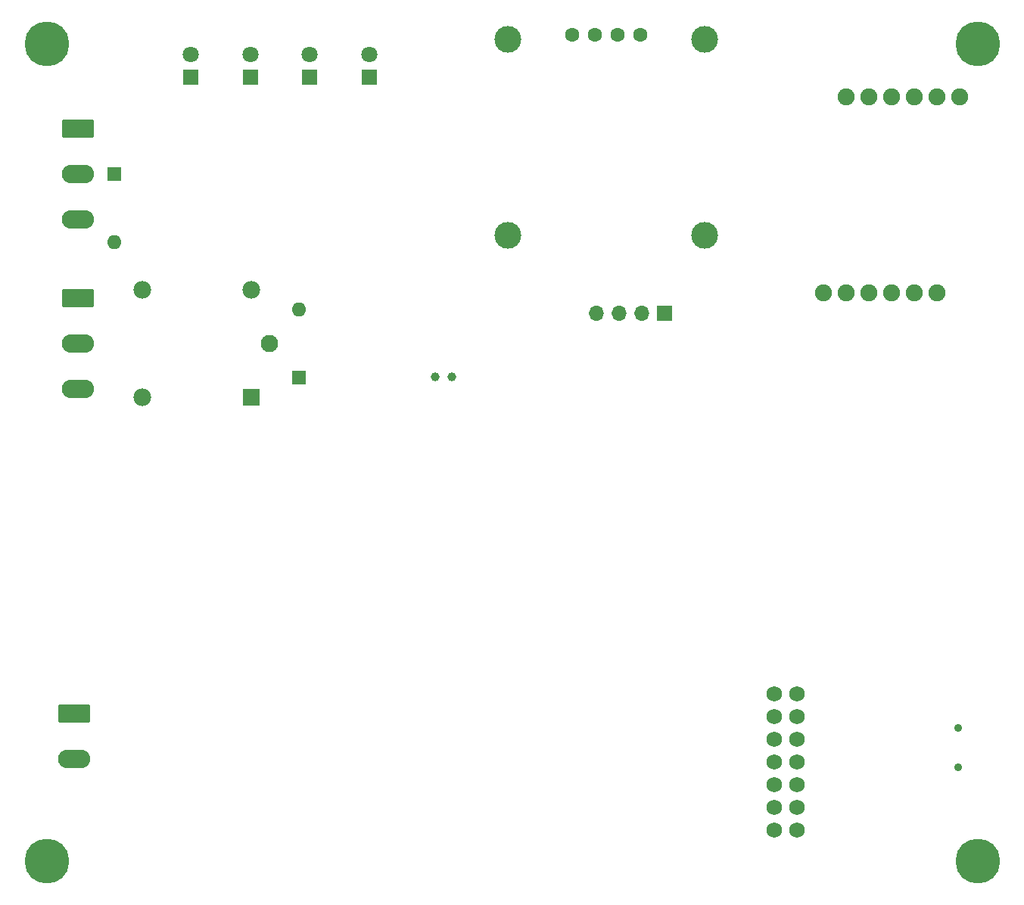
<source format=gbr>
%TF.GenerationSoftware,KiCad,Pcbnew,7.0.6*%
%TF.CreationDate,2023-08-10T11:03:41+03:00*%
%TF.ProjectId,2023-staj-projesi,32303233-2d73-4746-916a-2d70726f6a65,1.0*%
%TF.SameCoordinates,Original*%
%TF.FileFunction,Soldermask,Bot*%
%TF.FilePolarity,Negative*%
%FSLAX46Y46*%
G04 Gerber Fmt 4.6, Leading zero omitted, Abs format (unit mm)*
G04 Created by KiCad (PCBNEW 7.0.6) date 2023-08-10 11:03:41*
%MOMM*%
%LPD*%
G01*
G04 APERTURE LIST*
G04 Aperture macros list*
%AMRoundRect*
0 Rectangle with rounded corners*
0 $1 Rounding radius*
0 $2 $3 $4 $5 $6 $7 $8 $9 X,Y pos of 4 corners*
0 Add a 4 corners polygon primitive as box body*
4,1,4,$2,$3,$4,$5,$6,$7,$8,$9,$2,$3,0*
0 Add four circle primitives for the rounded corners*
1,1,$1+$1,$2,$3*
1,1,$1+$1,$4,$5*
1,1,$1+$1,$6,$7*
1,1,$1+$1,$8,$9*
0 Add four rect primitives between the rounded corners*
20,1,$1+$1,$2,$3,$4,$5,0*
20,1,$1+$1,$4,$5,$6,$7,0*
20,1,$1+$1,$6,$7,$8,$9,0*
20,1,$1+$1,$8,$9,$2,$3,0*%
G04 Aperture macros list end*
%ADD10R,1.700000X1.700000*%
%ADD11O,1.700000X1.700000*%
%ADD12R,1.800000X1.800000*%
%ADD13C,1.800000*%
%ADD14C,5.000000*%
%ADD15C,0.900000*%
%ADD16R,1.600000X1.600000*%
%ADD17O,1.600000X1.600000*%
%ADD18C,1.752600*%
%ADD19R,1.980000X1.980000*%
%ADD20C,1.980000*%
%ADD21C,1.935000*%
%ADD22C,1.900000*%
%ADD23RoundRect,0.249999X-1.550001X0.790001X-1.550001X-0.790001X1.550001X-0.790001X1.550001X0.790001X0*%
%ADD24O,3.600000X2.080000*%
%ADD25C,3.000000*%
%ADD26C,1.600000*%
%ADD27C,1.000000*%
G04 APERTURE END LIST*
D10*
%TO.C,J4*%
X136400000Y-74600000D03*
D11*
X133860000Y-74600000D03*
X131320000Y-74600000D03*
X128780000Y-74600000D03*
%TD*%
D12*
%TO.C,D3*%
X83400000Y-48200000D03*
D13*
X83400000Y-45660000D03*
%TD*%
D14*
%TO.C,H3*%
X171450000Y-135890000D03*
%TD*%
%TO.C,H2*%
X67310000Y-135890000D03*
%TD*%
D12*
%TO.C,D8*%
X96733332Y-48200000D03*
D13*
X96733332Y-45660000D03*
%TD*%
D15*
%TO.C,J5*%
X169275000Y-125400000D03*
X169275000Y-121000000D03*
%TD*%
D14*
%TO.C,H4*%
X171450000Y-44450000D03*
%TD*%
D16*
%TO.C,D11*%
X95500000Y-81810000D03*
D17*
X95500000Y-74190000D03*
%TD*%
D18*
%TO.C,J6*%
X148700000Y-117200000D03*
X151240000Y-117200000D03*
X148700000Y-119740000D03*
X151240000Y-119740000D03*
X148700000Y-122280000D03*
X151240000Y-122280000D03*
X148700000Y-124820000D03*
X151240000Y-124820000D03*
X148700000Y-127360000D03*
X151240000Y-127360000D03*
X148700000Y-129900000D03*
X151240000Y-129900000D03*
X148700000Y-132440000D03*
X151240000Y-132440000D03*
%TD*%
D12*
%TO.C,D7*%
X90066666Y-48200000D03*
D13*
X90066666Y-45660000D03*
%TD*%
D19*
%TO.C,K1*%
X90200000Y-84000000D03*
D20*
X90200000Y-72000000D03*
D21*
X92200000Y-78000000D03*
D20*
X78000000Y-84000000D03*
X78000000Y-72000000D03*
%TD*%
D22*
%TO.C,U5*%
X169400000Y-50400000D03*
X166860000Y-50400000D03*
X164320000Y-50400000D03*
X161780000Y-50400000D03*
X159240000Y-50400000D03*
X156700000Y-50400000D03*
X154160000Y-72270000D03*
X156700000Y-72270000D03*
X159240000Y-72270000D03*
X161780000Y-72270000D03*
X164320000Y-72270000D03*
X166860000Y-72270000D03*
%TD*%
D16*
%TO.C,D10*%
X74880000Y-59000000D03*
D17*
X74880000Y-66620000D03*
%TD*%
D12*
%TO.C,D9*%
X103400000Y-48200000D03*
D13*
X103400000Y-45660000D03*
%TD*%
D23*
%TO.C,J2*%
X70777500Y-53920000D03*
D24*
X70777500Y-59000000D03*
X70777500Y-64080000D03*
%TD*%
D25*
%TO.C,Brd1*%
X118895000Y-43905000D03*
X118895000Y-65905000D03*
X140895000Y-43905000D03*
X140895000Y-65905000D03*
D26*
X126085000Y-43405000D03*
X128625000Y-43405000D03*
X131165000Y-43405000D03*
X133705000Y-43405000D03*
%TD*%
D27*
%TO.C,Y1*%
X110750000Y-81700000D03*
X112650000Y-81700000D03*
%TD*%
D23*
%TO.C,J3*%
X70777500Y-72920000D03*
D24*
X70777500Y-78000000D03*
X70777500Y-83080000D03*
%TD*%
D14*
%TO.C,H1*%
X67310000Y-44450000D03*
%TD*%
D23*
%TO.C,J1*%
X70358000Y-119380000D03*
D24*
X70358000Y-124460000D03*
%TD*%
M02*

</source>
